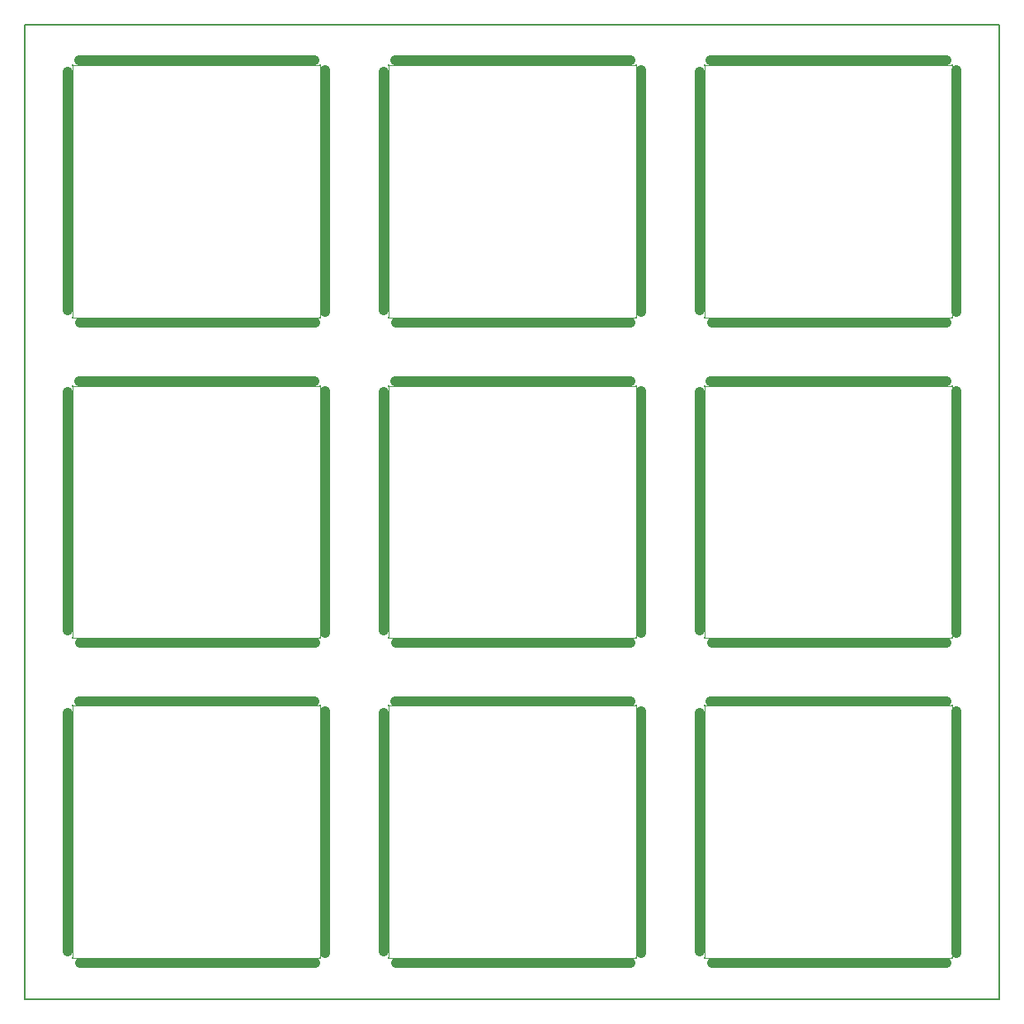
<source format=gm1>
%FSTAX23Y23*%
%MOIN*%
%SFA1B1*%

%IPPOS*%
%ADD26C,0.000591*%
%ADD44C,0.005000*%
%ADD9504C,0.039370*%
%ADD9506C,0.011811*%
G54D26*
X01193Y00164D02*
X00193D01*
G54D44*
X0Y0D02*
X03936D01*
Y03936*
X0*
Y0*
G54D26*
X01193Y01184D02*
Y00164D01*
X00193D02*
Y01184D01*
G54D9506*
X00193Y01184D03*
G54D26*
X00193Y01184D02*
X01193D01*
G54D9506*
X01193Y01184D03*
Y00164D03*
X00193D03*
G54D9504*
X00173Y01157D02*
X00173Y00193D01*
X00223Y00144D02*
X01171Y00144D01*
X01213Y00185D02*
Y01162D01*
X00218Y01203D02*
X0117D01*
G54D26*
X02468Y00164D02*
X01469D01*
X02468Y01184D02*
Y00164D01*
X01469D02*
Y01184D01*
G54D9506*
X01469Y01184D03*
G54D26*
X01469Y01184D02*
X02468D01*
G54D9506*
X02468Y01184D03*
Y00164D03*
X01469D03*
G54D9504*
X01449Y01157D02*
X01449Y00193D01*
X01499Y00144D02*
X02446Y00144D01*
X02488Y00185D02*
Y01162D01*
X01494Y01203D02*
X02445D01*
G54D26*
X03744Y00164D02*
X02744D01*
X03744Y01184D02*
Y00164D01*
X02744D02*
Y01184D01*
G54D9506*
X02744Y01184D03*
G54D26*
X02744Y01184D02*
X03744D01*
G54D9506*
X03744Y01184D03*
Y00164D03*
X02744D03*
G54D9504*
X02724Y01157D02*
X02724Y00193D01*
X02774Y00144D02*
X03722Y00144D01*
X03763Y00185D02*
Y01162D01*
X02769Y01203D02*
X03721D01*
G54D26*
X01193Y01458D02*
X00193D01*
X01193Y02477D02*
Y01458D01*
X00193D02*
Y02477D01*
G54D9506*
X00193Y02477D03*
G54D26*
X00193Y02477D02*
X01193D01*
G54D9506*
X01193Y02477D03*
Y01458D03*
X00193D03*
G54D9504*
X00173Y02451D02*
X00173Y01488D01*
X00223Y01439D02*
X01171Y01439D01*
X01213Y0148D02*
Y02456D01*
X00218Y02497D02*
X0117D01*
G54D26*
X02468Y01458D02*
X01469D01*
X02468Y02477D02*
Y01458D01*
X01469D02*
Y02477D01*
G54D9506*
X01469Y02477D03*
G54D26*
X01469Y02477D02*
X02468D01*
G54D9506*
X02468Y02477D03*
Y01458D03*
X01469D03*
G54D9504*
X01449Y02451D02*
X01449Y01488D01*
X01499Y01439D02*
X02446Y01439D01*
X02488Y0148D02*
Y02456D01*
X01494Y02497D02*
X02445D01*
G54D26*
X03744Y01458D02*
X02744D01*
X03744Y02477D02*
Y01458D01*
X02744D02*
Y02477D01*
G54D9506*
X02744Y02477D03*
G54D26*
X02744Y02477D02*
X03744D01*
G54D9506*
X03744Y02477D03*
Y01458D03*
X02744D03*
G54D9504*
X02724Y02451D02*
X02724Y01488D01*
X02774Y01439D02*
X03722Y01439D01*
X03763Y0148D02*
Y02456D01*
X02769Y02497D02*
X03721D01*
G54D26*
X01193Y02752D02*
X00193D01*
X01193Y03772D02*
Y02752D01*
X00193D02*
Y03772D01*
G54D9506*
X00193Y03772D03*
G54D26*
X00193Y03772D02*
X01193D01*
G54D9506*
X01193Y03772D03*
Y02752D03*
X00193D03*
G54D9504*
X00173Y03746D02*
X00173Y02782D01*
X00223Y02733D02*
X01171Y02733D01*
X01213Y02774D02*
Y03751D01*
X00218Y03792D02*
X0117D01*
G54D26*
X02468Y02752D02*
X01469D01*
X02468Y03772D02*
Y02752D01*
X01469D02*
Y03772D01*
G54D9506*
X01469Y03772D03*
G54D26*
X01469Y03772D02*
X02468D01*
G54D9506*
X02468Y03772D03*
Y02752D03*
X01469D03*
G54D9504*
X01449Y03746D02*
X01449Y02782D01*
X01499Y02733D02*
X02446Y02733D01*
X02488Y02774D02*
Y03751D01*
X01494Y03792D02*
X02445D01*
G54D26*
X03744Y02752D02*
X02744D01*
X03744Y03772D02*
Y02752D01*
X02744D02*
Y03772D01*
G54D9506*
X02744Y03772D03*
G54D26*
X02744Y03772D02*
X03744D01*
G54D9506*
X03744Y03772D03*
Y02752D03*
X02744D03*
G54D9504*
X02724Y03746D02*
X02724Y02782D01*
X02774Y02733D02*
X03722Y02733D01*
X03763Y02774D02*
Y03751D01*
X02769Y03792D02*
X03721D01*
M02*
</source>
